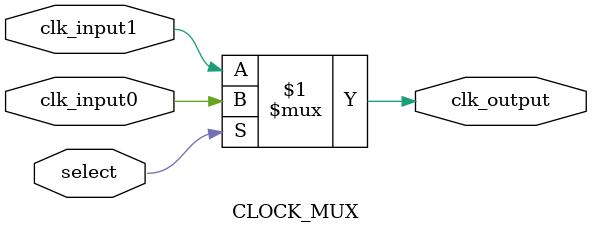
<source format=v>

module CLOCK_MUX
(
	select,
	clk_input0,
	clk_input1,
	clk_output
);

input wire select;
input wire clk_input0;
input wire clk_input1;
output wire clk_output;

assign clk_output = select? clk_input0 : clk_input1;

endmodule

</source>
